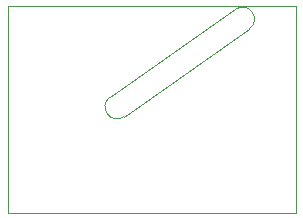
<source format=gbr>
%TF.GenerationSoftware,KiCad,Pcbnew,(6.0.1)*%
%TF.CreationDate,2023-02-10T10:24:18+01:00*%
%TF.ProjectId,omniscope_single_sub,6f6d6e69-7363-46f7-9065-5f73696e676c,rev?*%
%TF.SameCoordinates,Original*%
%TF.FileFunction,Profile,NP*%
%FSLAX46Y46*%
G04 Gerber Fmt 4.6, Leading zero omitted, Abs format (unit mm)*
G04 Created by KiCad (PCBNEW (6.0.1)) date 2023-02-10 10:24:18*
%MOMM*%
%LPD*%
G01*
G04 APERTURE LIST*
%TA.AperFunction,Profile*%
%ADD10C,0.050000*%
%TD*%
%TA.AperFunction,Profile*%
%ADD11C,0.120000*%
%TD*%
G04 APERTURE END LIST*
D10*
X124500Y5000D02*
X24508500Y5000D01*
X24508500Y5000D02*
X24508500Y-17521000D01*
X24508500Y-17521000D02*
X124500Y-17521000D01*
X124500Y-17521000D02*
X124500Y5000D01*
D11*
%TO.C,J1*%
X8814564Y-7747993D02*
X19425860Y-317884D01*
X8814564Y-7747994D02*
G75*
G03*
X9980072Y-9412510I582754J-832258D01*
G01*
X20591368Y-1982402D02*
G75*
G03*
X19425860Y-317884I-582754J832259D01*
G01*
X9980072Y-9412510D02*
X20591367Y-1982401D01*
%TD*%
M02*

</source>
